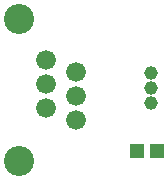
<source format=gts>
G75*
%MOIN*%
%OFA0B0*%
%FSLAX24Y24*%
%IPPOS*%
%LPD*%
%AMOC8*
5,1,8,0,0,1.08239X$1,22.5*
%
%ADD10C,0.1005*%
%ADD11C,0.0660*%
%ADD12R,0.0493X0.0454*%
%ADD13C,0.0460*%
D10*
X002512Y000988D03*
X002512Y005712D03*
D11*
X003418Y004354D03*
X003418Y003551D03*
X003418Y002748D03*
X004418Y003149D03*
X004418Y003952D03*
X004418Y002346D03*
D12*
X006428Y001300D03*
X007097Y001300D03*
D13*
X006912Y002900D03*
X006912Y003400D03*
X006912Y003900D03*
M02*

</source>
